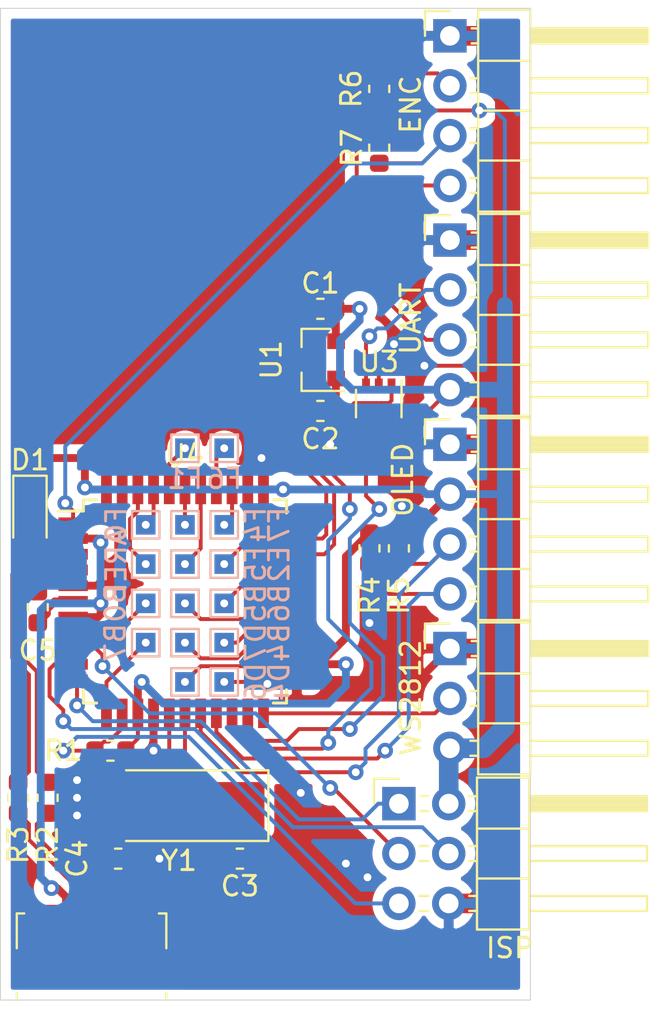
<source format=kicad_pcb>
(kicad_pcb (version 20171130) (host pcbnew "(5.1.2)-2")
  (layers (0 F.Cu signal) (31 B.Cu signal) (34 B.Paste user) (35 F.Paste user) (36 B.SilkS user) (37 F.SilkS user) (38 B.Mask user) (39 F.Mask user) (44 Edge.Cuts user))
  (net 0 "")
  (net 1 GND)
  (net 2 +5V)
  (net 3 +3V3)
  (net 4 "Net-(C3-Pad1)")
  (net 5 "Net-(C5-Pad1)")
  (net 6 VBUS)
  (net 7 /MISO)
  (net 8 /SCK)
  (net 9 /MOSI)
  (net 10 /~Reset)
  (net 11 /TX-3V3)
  (net 12 /RX-3V3)
  (net 13 /SDA)
  (net 14 /Dd-)
  (net 15 /D-)
  (net 16 /D+)
  (net 17 /Dd+)
  (net 18 /TX-5V)
  (net 19 "Net-(C4-Pad2)")
  (net 20 "Net-(TP1-Pad1)")
  (net 21 "Net-(TP2-Pad1)")
  (net 22 "Net-(TP3-Pad1)")
  (net 23 "Net-(TP4-Pad1)")
  (net 24 "Net-(TP5-Pad1)")
  (net 25 "Net-(TP6-Pad1)")
  (net 26 "Net-(TP7-Pad1)")
  (net 27 "Net-(TP8-Pad1)")
  (net 28 "Net-(TP9-Pad1)")
  (net 29 "Net-(TP10-Pad1)")
  (net 30 "Net-(TP11-Pad1)")
  (net 31 "Net-(TP12-Pad1)")
  (net 32 "Net-(TP13-Pad1)")
  (net 33 "Net-(TP14-Pad1)")
  (net 34 "Net-(TP15-Pad1)")
  (net 35 "Net-(TP16-Pad1)")
  (net 36 /ENC_A)
  (net 37 /WS2812)
  (net 38 /ENC_SW)
  (net 39 /ENC_B)
  (net 40 /SCL)
  (module graphics:kiwi (layer B.Cu) (at 38.6 76.1 180)
    (fp_text reference G*** hide)
    (fp_text value LOGO hide)
  )
  (module graphics:kiwi (layer F.Cu) (at 38.6 76.1)
    (fp_text reference G*** hide)
    (fp_text value LOGO hide)
  )
  (module Capacitor_SMD:C_0603_1608Metric (layer F.Cu) (at 46.3 85.3 180)
    (fp_text reference C1 (at 0 1.3) (layer F.SilkS))
    (fp_text value 1uF)
    (pad 1 smd roundrect (at -0.7875 0 180) (size 0.875 0.95) (layers F.Cu F.Paste F.Mask) (net 2 +5V))
    (pad 2 smd roundrect (at 0.7875 0 180) (size 0.875 0.95) (layers F.Cu F.Paste F.Mask) (net 1 GND))
  )
  (module Capacitor_SMD:C_0603_1608Metric (layer F.Cu) (at 46.3 90.5 180)
    (fp_text reference C2 (at 0 -1.43) (layer F.SilkS))
    (fp_text value 1uF)
    (pad 2 smd roundrect (at 0.7875 0 180) (size 0.875 0.95) (layers F.Cu F.Paste F.Mask) (net 1 GND))
    (pad 1 smd roundrect (at -0.7875 0 180) (size 0.875 0.95) (layers F.Cu F.Paste F.Mask) (net 3 +3V3))
  )
  (module Capacitor_SMD:C_0603_1608Metric (layer F.Cu) (at 42.2 113.3 180)
    (fp_text reference C3 (at 0 -1.4 180) (layer F.SilkS))
    (fp_text value 18pF)
    (pad 1 smd roundrect (at -0.7875 0 180) (size 0.875 0.95) (layers F.Cu F.Paste F.Mask) (net 4 "Net-(C3-Pad1)"))
    (pad 2 smd roundrect (at 0.7875 0 180) (size 0.875 0.95) (layers F.Cu F.Paste F.Mask) (net 1 GND))
  )
  (module Capacitor_SMD:C_0603_1608Metric (layer F.Cu) (at 36 113.3 180)
    (fp_text reference C4 (at 2.1 0 90) (layer F.SilkS))
    (fp_text value 18pF)
    (pad 2 smd roundrect (at 0.7875 0 180) (size 0.875 0.95) (layers F.Cu F.Paste F.Mask) (net 19 "Net-(C4-Pad2)"))
    (pad 1 smd roundrect (at -0.7875 0 180) (size 0.875 0.95) (layers F.Cu F.Paste F.Mask) (net 1 GND))
  )
  (module Capacitor_SMD:C_0603_1608Metric (layer F.Cu) (at 31.9 100.5 90)
    (fp_text reference C5 (at -2.2 0 180) (layer F.SilkS))
    (fp_text value 1uF)
    (pad 1 smd roundrect (at -0.7875 0 90) (size 0.875 0.95) (layers F.Cu F.Paste F.Mask) (net 5 "Net-(C5-Pad1)"))
    (pad 2 smd roundrect (at 0.7875 0 90) (size 0.875 0.95) (layers F.Cu F.Paste F.Mask) (net 1 GND))
  )
  (module Diode_SMD:D_SOD-323_HandSoldering (layer F.Cu) (at 31.5 95.7 270)
    (fp_text reference D1 (at -2.7 0 180) (layer F.SilkS))
    (fp_text value BAT54WS)
    (pad 1 smd rect (at -1.25 0 270) (size 1 1) (layers F.Cu F.Paste F.Mask) (net 2 +5V))
    (pad 2 smd rect (at 1.25 0 270) (size 1 1) (layers F.Cu F.Paste F.Mask) (net 6 VBUS))
  )
  (module Connector_PinHeader_2.54mm:PinHeader_2x03_P2.54mm_Horizontal (layer F.Cu) (at 50.3 110.5)
    (fp_text reference J1 hide)
    (fp_text value ISP (at 5.655 7.35) (layer F.SilkS))
    (pad 1 thru_hole rect (at 0 0) (size 1.7 1.7) (drill 1) (layers *.Cu *.Mask) (net 7 /MISO))
    (pad 2 thru_hole oval (at 2.54 0) (size 1.7 1.7) (drill 1) (layers *.Cu *.Mask) (net 2 +5V))
    (pad 3 thru_hole oval (at 0 2.54) (size 1.7 1.7) (drill 1) (layers *.Cu *.Mask) (net 8 /SCK))
    (pad 4 thru_hole oval (at 2.54 2.54) (size 1.7 1.7) (drill 1) (layers *.Cu *.Mask) (net 9 /MOSI))
    (pad 5 thru_hole oval (at 0 5.08) (size 1.7 1.7) (drill 1) (layers *.Cu *.Mask) (net 10 /~Reset))
    (pad 6 thru_hole oval (at 2.54 5.08) (size 1.7 1.7) (drill 1) (layers *.Cu *.Mask) (net 1 GND))
  )
  (module Connector_USB:USB_Micro-B_Molex_47346-0001 (layer F.Cu) (at 34.64 117.8)
    (fp_text reference J4 hide)
    (fp_text value USB_B_Micro)
    (pad 1 smd rect (at -1.3 -1.46) (size 0.45 1.38) (layers F.Cu F.Paste F.Mask) (net 6 VBUS))
    (pad 2 smd rect (at -0.65 -1.46) (size 0.45 1.38) (layers F.Cu F.Paste F.Mask) (net 14 /Dd-))
    (pad 3 smd rect (at 0 -1.46) (size 0.45 1.38) (layers F.Cu F.Paste F.Mask) (net 17 /Dd+))
    (pad 4 smd rect (at 0.65 -1.46) (size 0.45 1.38) (layers F.Cu F.Paste F.Mask))
    (pad 5 smd rect (at 1.3 -1.46) (size 0.45 1.38) (layers F.Cu F.Paste F.Mask) (net 1 GND))
    (pad 6 smd rect (at -2.4625 -1.1) (size 1.475 2.1) (layers F.Cu F.Paste F.Mask) (net 1 GND))
    (pad 6 smd rect (at 2.4625 -1.1) (size 1.475 2.1) (layers F.Cu F.Paste F.Mask) (net 1 GND))
    (pad 6 smd rect (at -2.91 1.2) (size 2.375 1.9) (layers F.Cu F.Paste F.Mask) (net 1 GND))
    (pad 6 smd rect (at 2.91 1.2) (size 2.375 1.9) (layers F.Cu F.Paste F.Mask) (net 1 GND))
    (pad 6 smd rect (at -0.84 1.2) (size 1.175 1.9) (layers F.Cu F.Paste F.Mask) (net 1 GND))
    (pad 6 smd rect (at 0.84 1.2) (size 1.175 1.9) (layers F.Cu F.Paste F.Mask) (net 1 GND))
  )
  (module Resistor_SMD:R_0603_1608Metric (layer F.Cu) (at 35.6 107.8 180)
    (fp_text reference R1 (at 2.4 0 180) (layer F.SilkS))
    (fp_text value 4k7)
    (pad 2 smd roundrect (at 0.7875 0 180) (size 0.875 0.95) (layers F.Cu F.Paste F.Mask) (net 10 /~Reset))
    (pad 1 smd roundrect (at -0.7875 0 180) (size 0.875 0.95) (layers F.Cu F.Paste F.Mask) (net 2 +5V))
  )
  (module Resistor_SMD:R_0603_1608Metric (layer F.Cu) (at 32.4 110.2 90)
    (fp_text reference R2 (at -2.4 0 90) (layer F.SilkS))
    (fp_text value 22R)
    (pad 2 smd roundrect (at 0.7875 0 90) (size 0.875 0.95) (layers F.Cu F.Paste F.Mask) (net 16 /D+))
    (pad 1 smd roundrect (at -0.7875 0 90) (size 0.875 0.95) (layers F.Cu F.Paste F.Mask) (net 17 /Dd+))
  )
  (module Resistor_SMD:R_0603_1608Metric (layer F.Cu) (at 30.9 110.2 90)
    (fp_text reference R3 (at -2.4 0 90) (layer F.SilkS))
    (fp_text value 22R)
    (pad 1 smd roundrect (at -0.7875 0 90) (size 0.875 0.95) (layers F.Cu F.Paste F.Mask) (net 14 /Dd-))
    (pad 2 smd roundrect (at 0.7875 0 90) (size 0.875 0.95) (layers F.Cu F.Paste F.Mask) (net 15 /D-))
  )
  (module Resistor_SMD:R_0603_1608Metric (layer F.Cu) (at 48.8 97.5 270)
    (fp_text reference R4 (at 2.4 0 90) (layer F.SilkS))
    (fp_text value 4k7)
    (pad 2 smd roundrect (at 0.7875 0 270) (size 0.875 0.95) (layers F.Cu F.Paste F.Mask) (net 13 /SDA))
    (pad 1 smd roundrect (at -0.7875 0 270) (size 0.875 0.95) (layers F.Cu F.Paste F.Mask) (net 2 +5V))
  )
  (module Resistor_SMD:R_0603_1608Metric (layer F.Cu) (at 50.3 97.5 270)
    (fp_text reference R5 (at 2.4 0 90) (layer F.SilkS))
    (fp_text value 4k7)
    (pad 1 smd roundrect (at -0.7875 0 270) (size 0.875 0.95) (layers F.Cu F.Paste F.Mask) (net 2 +5V))
    (pad 2 smd roundrect (at 0.7875 0 270) (size 0.875 0.95) (layers F.Cu F.Paste F.Mask) (net 40 /SCL))
  )
  (module Resistor_SMD:R_0603_1608Metric (layer F.Cu) (at 49.3 74.1 90)
    (fp_text reference R6 (at 0 -1.43 90) (layer F.SilkS))
    (fp_text value 1k)
    (pad 1 smd roundrect (at -0.7875 0 90) (size 0.875 0.95) (layers F.Cu F.Paste F.Mask) (net 2 +5V))
    (pad 2 smd roundrect (at 0.7875 0 90) (size 0.875 0.95) (layers F.Cu F.Paste F.Mask) (net 39 /ENC_B))
  )
  (module Resistor_SMD:R_0603_1608Metric (layer F.Cu) (at 49.3 77.1 270)
    (fp_text reference R7 (at 0 1.4 90) (layer F.SilkS))
    (fp_text value 1k)
    (pad 1 smd roundrect (at -0.7875 0 270) (size 0.875 0.95) (layers F.Cu F.Paste F.Mask) (net 2 +5V))
    (pad 2 smd roundrect (at 0.7875 0 270) (size 0.875 0.95) (layers F.Cu F.Paste F.Mask) (net 36 /ENC_A))
  )
  (module Package_TO_SOT_SMD:SOT-363_SC-70-6 (layer F.Cu) (at 49.274999 90.125001 270)
    (fp_text reference U3 (at -2.125001 -0.025001 180) (layer F.SilkS))
    (fp_text value NTS0101GW)
    (pad 1 smd rect (at -0.95 -0.65 270) (size 0.65 0.4) (layers F.Cu F.Paste F.Mask) (net 3 +3V3))
    (pad 3 smd rect (at -0.95 0.65 270) (size 0.65 0.4) (layers F.Cu F.Paste F.Mask) (net 11 /TX-3V3))
    (pad 5 smd rect (at 0.95 0 270) (size 0.65 0.4) (layers F.Cu F.Paste F.Mask) (net 3 +3V3))
    (pad 2 smd rect (at -0.95 0 270) (size 0.65 0.4) (layers F.Cu F.Paste F.Mask) (net 1 GND))
    (pad 4 smd rect (at 0.95 0.65 270) (size 0.65 0.4) (layers F.Cu F.Paste F.Mask) (net 18 /TX-5V))
    (pad 6 smd rect (at 0.95 -0.65 270) (size 0.65 0.4) (layers F.Cu F.Paste F.Mask) (net 2 +5V))
  )
  (module Package_QFP:TQFP-44_10x10mm_P0.8mm (layer F.Cu) (at 39.4 100.2)
    (fp_text reference U4 (at 0 -7.45) (layer F.SilkS))
    (fp_text value ATmega32U4-AU)
    (pad 1 smd rect (at -5.7 -4) (size 1.5 0.55) (layers F.Cu F.Paste F.Mask) (net 36 /ENC_A))
    (pad 2 smd rect (at -5.7 -3.2) (size 1.5 0.55) (layers F.Cu F.Paste F.Mask) (net 6 VBUS))
    (pad 3 smd rect (at -5.7 -2.4) (size 1.5 0.55) (layers F.Cu F.Paste F.Mask) (net 15 /D-))
    (pad 4 smd rect (at -5.7 -1.6) (size 1.5 0.55) (layers F.Cu F.Paste F.Mask) (net 16 /D+))
    (pad 5 smd rect (at -5.7 -0.8) (size 1.5 0.55) (layers F.Cu F.Paste F.Mask) (net 1 GND))
    (pad 6 smd rect (at -5.7 0) (size 1.5 0.55) (layers F.Cu F.Paste F.Mask) (net 5 "Net-(C5-Pad1)"))
    (pad 7 smd rect (at -5.7 0.8) (size 1.5 0.55) (layers F.Cu F.Paste F.Mask) (net 6 VBUS))
    (pad 8 smd rect (at -5.7 1.6) (size 1.5 0.55) (layers F.Cu F.Paste F.Mask) (net 20 "Net-(TP1-Pad1)"))
    (pad 9 smd rect (at -5.7 2.4) (size 1.5 0.55) (layers F.Cu F.Paste F.Mask) (net 8 /SCK))
    (pad 10 smd rect (at -5.7 3.2) (size 1.5 0.55) (layers F.Cu F.Paste F.Mask) (net 9 /MOSI))
    (pad 11 smd rect (at -5.7 4) (size 1.5 0.55) (layers F.Cu F.Paste F.Mask) (net 7 /MISO))
    (pad 12 smd rect (at -4 5.7 90) (size 1.5 0.55) (layers F.Cu F.Paste F.Mask) (net 25 "Net-(TP6-Pad1)"))
    (pad 13 smd rect (at -3.2 5.7 90) (size 1.5 0.55) (layers F.Cu F.Paste F.Mask) (net 10 /~Reset))
    (pad 14 smd rect (at -2.4 5.7 90) (size 1.5 0.55) (layers F.Cu F.Paste F.Mask) (net 2 +5V))
    (pad 15 smd rect (at -1.6 5.7 90) (size 1.5 0.55) (layers F.Cu F.Paste F.Mask) (net 1 GND))
    (pad 16 smd rect (at -0.8 5.7 90) (size 1.5 0.55) (layers F.Cu F.Paste F.Mask) (net 19 "Net-(C4-Pad2)"))
    (pad 17 smd rect (at 0 5.7 90) (size 1.5 0.55) (layers F.Cu F.Paste F.Mask) (net 4 "Net-(C3-Pad1)"))
    (pad 18 smd rect (at 0.8 5.7 90) (size 1.5 0.55) (layers F.Cu F.Paste F.Mask) (net 40 /SCL))
    (pad 19 smd rect (at 1.6 5.7 90) (size 1.5 0.55) (layers F.Cu F.Paste F.Mask) (net 13 /SDA))
    (pad 20 smd rect (at 2.4 5.7 90) (size 1.5 0.55) (layers F.Cu F.Paste F.Mask) (net 12 /RX-3V3))
    (pad 21 smd rect (at 3.2 5.7 90) (size 1.5 0.55) (layers F.Cu F.Paste F.Mask) (net 18 /TX-5V))
    (pad 22 smd rect (at 4 5.7 90) (size 1.5 0.55) (layers F.Cu F.Paste F.Mask) (net 37 /WS2812))
    (pad 23 smd rect (at 5.7 4) (size 1.5 0.55) (layers F.Cu F.Paste F.Mask) (net 1 GND))
    (pad 24 smd rect (at 5.7 3.2) (size 1.5 0.55) (layers F.Cu F.Paste F.Mask) (net 2 +5V))
    (pad 25 smd rect (at 5.7 2.4) (size 1.5 0.55) (layers F.Cu F.Paste F.Mask) (net 28 "Net-(TP9-Pad1)"))
    (pad 26 smd rect (at 5.7 1.6) (size 1.5 0.55) (layers F.Cu F.Paste F.Mask) (net 26 "Net-(TP7-Pad1)"))
    (pad 27 smd rect (at 5.7 0.8) (size 1.5 0.55) (layers F.Cu F.Paste F.Mask) (net 27 "Net-(TP8-Pad1)"))
    (pad 28 smd rect (at 5.7 0) (size 1.5 0.55) (layers F.Cu F.Paste F.Mask) (net 21 "Net-(TP2-Pad1)"))
    (pad 29 smd rect (at 5.7 -0.8) (size 1.5 0.55) (layers F.Cu F.Paste F.Mask) (net 22 "Net-(TP3-Pad1)"))
    (pad 30 smd rect (at 5.7 -1.6) (size 1.5 0.55) (layers F.Cu F.Paste F.Mask) (net 24 "Net-(TP5-Pad1)"))
    (pad 31 smd rect (at 5.7 -2.4) (size 1.5 0.55) (layers F.Cu F.Paste F.Mask) (net 38 /ENC_SW))
    (pad 32 smd rect (at 5.7 -3.2) (size 1.5 0.55) (layers F.Cu F.Paste F.Mask) (net 39 /ENC_B))
    (pad 33 smd rect (at 5.7 -4) (size 1.5 0.55) (layers F.Cu F.Paste F.Mask) (net 29 "Net-(TP10-Pad1)"))
    (pad 34 smd rect (at 4 -5.7 90) (size 1.5 0.55) (layers F.Cu F.Paste F.Mask) (net 2 +5V))
    (pad 35 smd rect (at 3.2 -5.7 90) (size 1.5 0.55) (layers F.Cu F.Paste F.Mask) (net 1 GND))
    (pad 36 smd rect (at 2.4 -5.7 90) (size 1.5 0.55) (layers F.Cu F.Paste F.Mask) (net 35 "Net-(TP16-Pad1)"))
    (pad 37 smd rect (at 1.6 -5.7 90) (size 1.5 0.55) (layers F.Cu F.Paste F.Mask) (net 34 "Net-(TP15-Pad1)"))
    (pad 38 smd rect (at 0.8 -5.7 90) (size 1.5 0.55) (layers F.Cu F.Paste F.Mask) (net 33 "Net-(TP14-Pad1)"))
    (pad 39 smd rect (at 0 -5.7 90) (size 1.5 0.55) (layers F.Cu F.Paste F.Mask) (net 32 "Net-(TP13-Pad1)"))
    (pad 40 smd rect (at -0.8 -5.7 90) (size 1.5 0.55) (layers F.Cu F.Paste F.Mask) (net 31 "Net-(TP12-Pad1)"))
    (pad 41 smd rect (at -1.6 -5.7 90) (size 1.5 0.55) (layers F.Cu F.Paste F.Mask) (net 30 "Net-(TP11-Pad1)"))
    (pad 42 smd rect (at -2.4 -5.7 90) (size 1.5 0.55) (layers F.Cu F.Paste F.Mask) (net 23 "Net-(TP4-Pad1)"))
    (pad 43 smd rect (at -3.2 -5.7 90) (size 1.5 0.55) (layers F.Cu F.Paste F.Mask) (net 1 GND))
    (pad 44 smd rect (at -4 -5.7 90) (size 1.5 0.55) (layers F.Cu F.Paste F.Mask) (net 2 +5V))
  )
  (module Crystal:Crystal_SMD_5032-2Pin_5.0x3.2mm_HandSoldering (layer F.Cu) (at 39.1 110.6 180)
    (fp_text reference Y1 (at 0 -2.8) (layer F.SilkS))
    (fp_text value 16MHz)
    (pad 1 smd rect (at -2.6 0 180) (size 3.5 2.4) (layers F.Cu F.Paste F.Mask) (net 4 "Net-(C3-Pad1)"))
    (pad 2 smd rect (at 2.6 0 180) (size 3.5 2.4) (layers F.Cu F.Paste F.Mask) (net 19 "Net-(C4-Pad2)"))
  )
  (module Connector_PinHeader_2.54mm:PinHeader_1x03_P2.54mm_Horizontal (layer F.Cu) (at 52.9 102.6)
    (fp_text reference J2 hide)
    (fp_text value WS2812 (at -2 2.5 90) (layer F.SilkS))
    (pad 1 thru_hole rect (at 0 0) (size 1.7 1.7) (drill 1) (layers *.Cu *.Mask) (net 1 GND))
    (pad 2 thru_hole oval (at 0 2.54) (size 1.7 1.7) (drill 1) (layers *.Cu *.Mask) (net 37 /WS2812))
    (pad 3 thru_hole oval (at 0 5.08) (size 1.7 1.7) (drill 1) (layers *.Cu *.Mask) (net 2 +5V))
  )
  (module Connector_PinHeader_2.54mm:PinHeader_1x04_P2.54mm_Horizontal (layer F.Cu) (at 52.9 81.8)
    (fp_text reference J3 hide)
    (fp_text value UART (at -2 4 270) (layer F.SilkS))
    (pad 4 thru_hole oval (at 0 7.62) (size 1.7 1.7) (drill 1) (layers *.Cu *.Mask) (net 2 +5V))
    (pad 3 thru_hole oval (at 0 5.08) (size 1.7 1.7) (drill 1) (layers *.Cu *.Mask) (net 12 /RX-3V3))
    (pad 2 thru_hole oval (at 0 2.54) (size 1.7 1.7) (drill 1) (layers *.Cu *.Mask) (net 11 /TX-3V3))
    (pad 1 thru_hole rect (at 0 0) (size 1.7 1.7) (drill 1) (layers *.Cu *.Mask) (net 1 GND))
  )
  (module Connector_PinHeader_2.54mm:PinHeader_1x04_P2.54mm_Horizontal (layer F.Cu) (at 52.9 92.2)
    (fp_text reference J5 hide)
    (fp_text value OLED (at -2.4 1.8 90) (layer F.SilkS))
    (pad 1 thru_hole rect (at 0 0) (size 1.7 1.7) (drill 1) (layers *.Cu *.Mask) (net 1 GND))
    (pad 2 thru_hole oval (at 0 2.54) (size 1.7 1.7) (drill 1) (layers *.Cu *.Mask) (net 2 +5V))
    (pad 3 thru_hole oval (at 0 5.08) (size 1.7 1.7) (drill 1) (layers *.Cu *.Mask) (net 40 /SCL))
    (pad 4 thru_hole oval (at 0 7.62) (size 1.7 1.7) (drill 1) (layers *.Cu *.Mask) (net 13 /SDA))
  )
  (module Connector_PinHeader_2.54mm:PinHeader_1x04_P2.54mm_Horizontal (layer F.Cu) (at 52.9 71.4)
    (fp_text reference J6 hide)
    (fp_text value ENC (at -2 3.5 90) (layer F.SilkS))
    (pad 1 thru_hole rect (at 0 0) (size 1.7 1.7) (drill 1) (layers *.Cu *.Mask) (net 1 GND))
    (pad 2 thru_hole oval (at 0 2.54) (size 1.7 1.7) (drill 1) (layers *.Cu *.Mask) (net 39 /ENC_B))
    (pad 3 thru_hole oval (at 0 5.08) (size 1.7 1.7) (drill 1) (layers *.Cu *.Mask) (net 36 /ENC_A))
    (pad 4 thru_hole oval (at 0 7.62) (size 1.7 1.7) (drill 1) (layers *.Cu *.Mask) (net 38 /ENC_SW))
  )
  (module TestPoint:TestPoint_Pad_1.0x1.0mm (layer B.Cu) (at 37.4 100.3 90)
    (fp_text reference TP1 hide)
    (fp_text value B0 (at 0 -1.55 90) (layer B.SilkS) (effects (justify mirror)))
    (pad 1 smd rect (at 0 0 90) (size 1 1) (layers B.Cu B.Mask) (net 20 "Net-(TP1-Pad1)"))
  )
  (module TestPoint:TestPoint_Pad_1.0x1.0mm (layer B.Cu) (at 41.4 102.3 180)
    (fp_text reference TP2 hide)
    (fp_text value B4 (at -2.8 0 90) (layer B.SilkS) (effects (justify mirror)))
    (pad 1 smd rect (at 0 0 180) (size 1 1) (layers B.Cu B.Mask) (net 21 "Net-(TP2-Pad1)"))
  )
  (module TestPoint:TestPoint_Pad_1.0x1.0mm (layer B.Cu) (at 39.4 100.3 270)
    (fp_text reference TP3 hide)
    (fp_text value B5 (at 0 -3.6 90) (layer B.SilkS) (effects (justify mirror)))
    (pad 1 smd rect (at 0 0 270) (size 1 1) (layers B.Cu B.Mask) (net 22 "Net-(TP3-Pad1)"))
  )
  (module TestPoint:TestPoint_Pad_1.0x1.0mm (layer B.Cu) (at 37.4 98.3 90)
    (fp_text reference TP4 hide)
    (fp_text value AREF (at 0 -1.5 90) (layer B.SilkS) (effects (justify mirror)))
    (pad 1 smd rect (at 0 0 90) (size 1 1) (layers B.Cu B.Mask) (net 23 "Net-(TP4-Pad1)"))
  )
  (module TestPoint:TestPoint_Pad_1.0x1.0mm (layer B.Cu) (at 41.4 100.3 270)
    (fp_text reference TP5 hide)
    (fp_text value B6 (at 0 -2.8 90) (layer B.SilkS) (effects (justify mirror)))
    (pad 1 smd rect (at 0 0 270) (size 1 1) (layers B.Cu B.Mask) (net 24 "Net-(TP5-Pad1)"))
  )
  (module TestPoint:TestPoint_Pad_1.0x1.0mm (layer B.Cu) (at 37.4 102.3 90)
    (fp_text reference TP6 hide)
    (fp_text value B7 (at 0 -1.55 90) (layer B.SilkS) (effects (justify mirror)))
    (pad 1 smd rect (at 0 0 90) (size 1 1) (layers B.Cu B.Mask) (net 25 "Net-(TP6-Pad1)"))
  )
  (module TestPoint:TestPoint_Pad_1.0x1.0mm (layer B.Cu) (at 39.4 104.3 270)
    (fp_text reference TP7 hide)
    (fp_text value D6 (at 0 -3.6 90) (layer B.SilkS) (effects (justify mirror)))
    (pad 1 smd rect (at 0 0 270) (size 1 1) (layers B.Cu B.Mask) (net 26 "Net-(TP7-Pad1)"))
  )
  (module TestPoint:TestPoint_Pad_1.0x1.0mm (layer B.Cu) (at 39.4 102.3 270)
    (fp_text reference TP8 hide)
    (fp_text value D7 (at 0 -3.6 90) (layer B.SilkS) (effects (justify mirror)))
    (pad 1 smd rect (at 0 0 270) (size 1 1) (layers B.Cu B.Mask) (net 27 "Net-(TP8-Pad1)"))
  )
  (module TestPoint:TestPoint_Pad_1.0x1.0mm (layer B.Cu) (at 41.4 104.3 270)
    (fp_text reference TP9 hide)
    (fp_text value D4 (at 0 -2.8 90) (layer B.SilkS) (effects (justify mirror)))
    (pad 1 smd rect (at 0 0 270) (size 1 1) (layers B.Cu B.Mask) (net 28 "Net-(TP9-Pad1)"))
  )
  (module TestPoint:TestPoint_Pad_1.0x1.0mm (layer B.Cu) (at 41.4 98.3 270)
    (fp_text reference TP10 hide)
    (fp_text value E2 (at 0 -2.8 90) (layer B.SilkS) (effects (justify mirror)))
    (pad 1 smd rect (at 0 0 270) (size 1 1) (layers B.Cu B.Mask) (net 29 "Net-(TP10-Pad1)"))
  )
  (module TestPoint:TestPoint_Pad_1.0x1.0mm (layer B.Cu) (at 37.4 96.3 180)
    (fp_text reference TP11 hide)
    (fp_text value F0 (at 1.5 0 90) (layer B.SilkS) (effects (justify mirror)))
    (pad 1 smd rect (at 0 0 180) (size 1 1) (layers B.Cu B.Mask) (net 30 "Net-(TP11-Pad1)"))
  )
  (module TestPoint:TestPoint_Pad_1.0x1.0mm (layer B.Cu) (at 39.4 92.4 180)
    (fp_text reference TP12 hide)
    (fp_text value F1 (at 0 -1.55) (layer B.SilkS) (effects (justify mirror)))
    (pad 1 smd rect (at 0 0 180) (size 1 1) (layers B.Cu B.Mask) (net 31 "Net-(TP12-Pad1)"))
  )
  (module TestPoint:TestPoint_Pad_1.0x1.0mm (layer B.Cu) (at 39.4 96.3 180)
    (fp_text reference TP13 hide)
    (fp_text value F4 (at -3.6 0 270) (layer B.SilkS) (effects (justify mirror)))
    (pad 1 smd rect (at 0 0 180) (size 1 1) (layers B.Cu B.Mask) (net 32 "Net-(TP13-Pad1)"))
  )
  (module TestPoint:TestPoint_Pad_1.0x1.0mm (layer B.Cu) (at 39.4 98.3 180)
    (fp_text reference TP14 hide)
    (fp_text value F5 (at -3.6 0 90) (layer B.SilkS) (effects (justify mirror)))
    (pad 1 smd rect (at 0 0 180) (size 1 1) (layers B.Cu B.Mask) (net 33 "Net-(TP14-Pad1)"))
  )
  (module TestPoint:TestPoint_Pad_1.0x1.0mm (layer B.Cu) (at 41.4 92.4 180)
    (fp_text reference TP15 hide)
    (fp_text value F6 (at 0 -1.55) (layer B.SilkS) (effects (justify mirror)))
    (pad 1 smd rect (at 0 0 180) (size 1 1) (layers B.Cu B.Mask) (net 34 "Net-(TP15-Pad1)"))
  )
  (module TestPoint:TestPoint_Pad_1.0x1.0mm (layer B.Cu) (at 41.4 96.3 180)
    (fp_text reference TP16 hide)
    (fp_text value F7 (at -2.8 0 90) (layer B.SilkS) (effects (justify mirror)))
    (pad 1 smd rect (at 0 0 180) (size 1 1) (layers B.Cu B.Mask) (net 35 "Net-(TP16-Pad1)"))
  )
  (module Package_TO_SOT_SMD:SOT-23 (layer F.Cu) (at 46.1 87.9 180)
    (fp_text reference U1 (at 2.3 0 90) (layer F.SilkS))
    (fp_text value LM3480-3.3)
    (pad 1 smd rect (at -1 -0.95 180) (size 0.9 0.8) (layers F.Cu F.Paste F.Mask) (net 3 +3V3))
    (pad 2 smd rect (at -1 0.95 180) (size 0.9 0.8) (layers F.Cu F.Paste F.Mask) (net 2 +5V))
    (pad 3 smd rect (at 1 0 180) (size 0.9 0.8) (layers F.Cu F.Paste F.Mask) (net 1 GND))
  )
  (gr_line (start 57 120.5) (end 30 120.5) (layer Edge.Cuts) (width 0.05))
  (gr_line (start 57 70) (end 57 120.5) (layer Edge.Cuts) (width 0.05))
  (gr_line (start 30 70) (end 57 70) (layer Edge.Cuts) (width 0.05))
  (gr_line (start 30 120.5) (end 30 70) (layer Edge.Cuts) (width 0.05))
  (segment (start 36.2 93.9) (end 36.2 95.05) (width 0.4) (layer F.Cu) (net 1))
  (segment (start 36.2 95.65) (end 36 95.85) (width 0.4) (layer F.Cu) (net 1))
  (segment (start 36.2 94.5) (end 36.2 95.65) (width 0.4) (layer F.Cu) (net 1))
  (segment (start 36 95.85) (end 36 98.8) (width 0.4) (layer F.Cu) (net 1))
  (segment (start 36 98.8) (end 35.4 99.4) (width 0.4) (layer F.Cu) (net 1))
  (segment (start 33.7 99.4) (end 35.4 99.4) (width 0.4) (layer F.Cu) (net 1))
  (segment (start 32.2125 99.4) (end 33.7 99.4) (width 0.4) (layer F.Cu) (net 1))
  (segment (start 31.9 99.7125) (end 32.2125 99.4) (width 0.4) (layer F.Cu) (net 1))
  (segment (start 31.73 119) (end 33.8 119) (width 0.4) (layer F.Cu) (net 1))
  (segment (start 33.8 119) (end 35.48 119) (width 0.4) (layer F.Cu) (net 1))
  (segment (start 35.48 119) (end 37.55 119) (width 0.4) (layer F.Cu) (net 1))
  (segment (start 37.1025 116.7) (end 37.1025 115.25) (width 0.4) (layer F.Cu) (net 1))
  (segment (start 36.7875 113.3) (end 41.4125 113.3) (width 0.4) (layer F.Cu) (net 1))
  (segment (start 36.7875 114.935) (end 36.7875 113.3) (width 0.4) (layer F.Cu) (net 1))
  (segment (start 37.1025 115.25) (end 36.7875 114.935) (width 0.4) (layer F.Cu) (net 1))
  (segment (start 36.265 114.935) (end 35.94 115.26) (width 0.4) (layer F.Cu) (net 1))
  (segment (start 36.7875 114.935) (end 36.265 114.935) (width 0.4) (layer F.Cu) (net 1))
  (segment (start 35.94 115.26) (end 35.94 116.34) (width 0.4) (layer F.Cu) (net 1))
  (segment (start 54.12 115.58) (end 52.84 115.58) (width 1) (layer F.Cu) (net 1))
  (segment (start 55.7 114) (end 54.12 115.58) (width 1) (layer F.Cu) (net 1))
  (segment (start 52.9 71.4) (end 54.75 71.4) (width 1) (layer F.Cu) (net 1))
  (segment (start 54.75 71.4) (end 55.7 72.35) (width 1) (layer F.Cu) (net 1))
  (segment (start 55.4 102.6) (end 52.9 102.6) (width 1) (layer F.Cu) (net 1))
  (segment (start 55.7 102.9) (end 55.4 102.6) (width 1) (layer F.Cu) (net 1))
  (segment (start 55.7 102.9) (end 55.7 114) (width 1) (layer F.Cu) (net 1))
  (segment (start 45.1 87.9) (end 45.1 88.8) (width 0.4) (layer F.Cu) (net 1))
  (segment (start 45.5125 89.2125) (end 45.5125 90.5) (width 0.4) (layer F.Cu) (net 1))
  (segment (start 45.1 88.8) (end 45.5125 89.2125) (width 0.4) (layer F.Cu) (net 1))
  (segment (start 45.5125 85.3) (end 45.5125 86.4875) (width 0.4) (layer F.Cu) (net 1))
  (segment (start 45.1 86.9) (end 45.1 87.9) (width 0.4) (layer F.Cu) (net 1))
  (segment (start 45.5125 86.4875) (end 45.1 86.9) (width 0.4) (layer F.Cu) (net 1))
  (segment (start 52.9 92.2) (end 55.7 92.2) (width 1) (layer F.Cu) (net 1))
  (segment (start 55.7 92.2) (end 55.7 102.9) (width 1) (layer F.Cu) (net 1))
  (via (at 43.3 92.9) (size 0.8) (drill 0.4) (layers F.Cu B.Cu) (net 1))
  (segment (start 42.6 94.5) (end 42.6 93.6) (width 0.4) (layer F.Cu) (net 1))
  (segment (start 42.6 93.6) (end 43.3 92.9) (width 0.4) (layer F.Cu) (net 1))
  (segment (start 43.3 92.9) (end 44 92.2) (width 0.4) (layer B.Cu) (net 1))
  (segment (start 55.6 81.8) (end 55.7 81.7) (width 1) (layer F.Cu) (net 1))
  (segment (start 52.9 81.8) (end 55.6 81.8) (width 1) (layer F.Cu) (net 1))
  (segment (start 55.7 72.35) (end 55.7 81.7) (width 1) (layer F.Cu) (net 1))
  (segment (start 49.274999 89.175001) (end 49.274999 88.425001) (width 0.2) (layer F.Cu) (net 1))
  (segment (start 49.274999 88.425001) (end 49.5 88.2) (width 0.2) (layer F.Cu) (net 1))
  (segment (start 55.3 88.2) (end 55.7 87.8) (width 0.2) (layer F.Cu) (net 1))
  (segment (start 49.5 88.2) (end 51.6 88.2) (width 0.2) (layer F.Cu) (net 1))
  (segment (start 55.7 81.7) (end 55.7 87.8) (width 1) (layer F.Cu) (net 1))
  (segment (start 55.7 87.8) (end 55.7 92.2) (width 1) (layer F.Cu) (net 1))
  (segment (start 43.3 92.3) (end 43.3 92.9) (width 0.4) (layer F.Cu) (net 1))
  (segment (start 41.8 90.8) (end 43.3 92.3) (width 0.4) (layer F.Cu) (net 1))
  (segment (start 37.3 90.8) (end 41.8 90.8) (width 0.4) (layer F.Cu) (net 1))
  (segment (start 36.2 91.9) (end 37.3 90.8) (width 0.4) (layer F.Cu) (net 1))
  (segment (start 36.2 94.5) (end 36.2 91.9) (width 0.4) (layer F.Cu) (net 1))
  (via (at 46.8 92.2) (size 0.8) (drill 0.4) (layers F.Cu B.Cu) (net 1))
  (segment (start 45.5125 90.9125) (end 46.8 92.2) (width 0.4) (layer F.Cu) (net 1))
  (segment (start 45.5125 90.5) (end 45.5125 90.9125) (width 0.4) (layer F.Cu) (net 1))
  (segment (start 44 92.2) (end 46.8 92.2) (width 0.4) (layer B.Cu) (net 1))
  (segment (start 46.8 92.2) (end 52.9 92.2) (width 0.4) (layer B.Cu) (net 1))
  (segment (start 51.3 104.2) (end 52.9 102.6) (width 0.4) (layer F.Cu) (net 1))
  (segment (start 45.1 104.2) (end 51.3 104.2) (width 0.4) (layer F.Cu) (net 1))
  (via (at 38.1 113.3) (size 0.8) (drill 0.4) (layers F.Cu B.Cu) (net 1))
  (segment (start 37.55 119) (end 54.1 119) (width 1) (layer F.Cu) (net 1))
  (segment (start 55.7 117.4) (end 55.7 114) (width 1) (layer F.Cu) (net 1))
  (segment (start 54.1 119) (end 55.7 117.4) (width 1) (layer F.Cu) (net 1))
  (segment (start 31.73 119) (end 37.55 119) (width 1) (layer F.Cu) (net 1))
  (segment (start 32.1775 118.5525) (end 31.73 119) (width 1) (layer F.Cu) (net 1))
  (segment (start 32.1775 116.7) (end 32.1775 118.5525) (width 1) (layer F.Cu) (net 1))
  (segment (start 37.1025 118.5525) (end 37.55 119) (width 1) (layer F.Cu) (net 1))
  (segment (start 37.1025 116.7) (end 37.1025 118.5525) (width 1) (layer F.Cu) (net 1))
  (via (at 37.8 107.800054) (size 0.8) (drill 0.4) (layers F.Cu B.Cu) (net 1))
  (segment (start 37.8 105.9) (end 37.8 107.800054) (width 0.4) (layer F.Cu) (net 1))
  (segment (start 38.1 108.100054) (end 37.8 107.800054) (width 0.4) (layer B.Cu) (net 1))
  (segment (start 38.1 113.3) (end 38.1 108.100054) (width 0.4) (layer B.Cu) (net 1))
  (via (at 33.9 109.3) (size 0.8) (drill 0.4) (layers F.Cu B.Cu) (net 1))
  (via (at 33.9 110.2) (size 0.8) (drill 0.4) (layers F.Cu B.Cu) (net 1))
  (via (at 33.9 111.1) (size 0.8) (drill 0.4) (layers F.Cu B.Cu) (net 1))
  (via (at 48.8 101.3) (size 0.8) (drill 0.4) (layers F.Cu B.Cu) (net 1))
  (via (at 50.45 95.35) (size 0.8) (drill 0.4) (layers F.Cu B.Cu) (net 1))
  (segment (start 51.6 88.2) (end 55.3 88.2) (width 0.2) (layer F.Cu) (net 1))
  (via (at 51.6 88.2) (size 0.8) (drill 0.4) (layers F.Cu B.Cu) (net 1))
  (via (at 50.05 87.1) (size 0.8) (drill 0.4) (layers F.Cu B.Cu) (net 1))
  (via (at 43.6 104.4) (size 0.8) (drill 0.4) (layers F.Cu B.Cu) (net 1))
  (via (at 48.7 114.25) (size 0.8) (drill 0.4) (layers F.Cu B.Cu) (net 1))
  (via (at 47.6 113.55) (size 0.8) (drill 0.4) (layers F.Cu B.Cu) (net 1))
  (via (at 45.3 109.95) (size 0.8) (drill 0.4) (layers F.Cu B.Cu) (net 1))
  (segment (start 31.5 93.55) (end 32.15 92.9) (width 0.4) (layer F.Cu) (net 2))
  (segment (start 31.5 94.45) (end 31.5 93.55) (width 0.4) (layer F.Cu) (net 2))
  (segment (start 35.4 93.1) (end 35.4 94.5) (width 0.4) (layer F.Cu) (net 2))
  (segment (start 35.2 92.9) (end 35.4 93.1) (width 0.4) (layer F.Cu) (net 2))
  (via (at 44.4 94.5) (size 0.8) (drill 0.4) (layers F.Cu B.Cu) (net 2))
  (segment (start 43.4 94.5) (end 44.4 94.5) (width 0.4) (layer F.Cu) (net 2))
  (segment (start 44.4 94.5) (end 43.834315 94.5) (width 0.4) (layer B.Cu) (net 2))
  (via (at 34.3 94.4) (size 0.8) (drill 0.4) (layers F.Cu B.Cu) (net 2))
  (segment (start 43.834315 94.5) (end 34.4 94.5) (width 0.4) (layer B.Cu) (net 2))
  (segment (start 34.4 94.5) (end 34.3 94.4) (width 0.4) (layer B.Cu) (net 2))
  (segment (start 34.3 92.9) (end 34.3 94.4) (width 0.4) (layer F.Cu) (net 2))
  (segment (start 32.15 92.9) (end 34.3 92.9) (width 0.4) (layer F.Cu) (net 2))
  (segment (start 34.3 92.9) (end 35.2 92.9) (width 0.4) (layer F.Cu) (net 2))
  (segment (start 54.62 107.68) (end 52.9 107.68) (width 1) (layer B.Cu) (net 2))
  (segment (start 55.7 106.6) (end 54.62 107.68) (width 1) (layer B.Cu) (net 2))
  (segment (start 55.7 101.417919) (end 55.7 106.6) (width 1) (layer B.Cu) (net 2))
  (segment (start 52.84 107.74) (end 52.9 107.68) (width 1) (layer B.Cu) (net 2))
  (segment (start 52.84 110.5) (end 52.84 107.74) (width 1) (layer B.Cu) (net 2))
  (segment (start 44.4 94.5) (end 47.58 94.5) (width 0.4) (layer B.Cu) (net 2))
  (segment (start 47.125001 86.924999) (end 47.1 86.95) (width 0.2) (layer F.Cu) (net 2))
  (segment (start 47.0875 86.9375) (end 47.1 86.95) (width 0.4) (layer F.Cu) (net 2))
  (segment (start 47.0875 85.3) (end 47.0875 86.9375) (width 0.4) (layer F.Cu) (net 2))
  (segment (start 37 107.1875) (end 37 105.9) (width 0.2) (layer F.Cu) (net 2))
  (segment (start 36.3875 107.8) (end 37 107.1875) (width 0.2) (layer F.Cu) (net 2))
  (segment (start 51.457919 94.5) (end 47.58 94.5) (width 0.4) (layer B.Cu) (net 2))
  (segment (start 51.697919 94.74) (end 51.457919 94.5) (width 0.4) (layer B.Cu) (net 2))
  (segment (start 52.9 94.74) (end 51.697919 94.74) (width 0.4) (layer B.Cu) (net 2))
  (segment (start 55.66 94.74) (end 55.7 94.7) (width 0.4) (layer B.Cu) (net 2))
  (segment (start 52.9 94.74) (end 55.66 94.74) (width 0.4) (layer B.Cu) (net 2))
  (segment (start 55.7 101.417919) (end 55.7 94.7) (width 0.8) (layer B.Cu) (net 2))
  (segment (start 51.244999 91.075001) (end 52.9 89.42) (width 0.2) (layer F.Cu) (net 2))
  (segment (start 49.924999 91.075001) (end 51.244999 91.075001) (width 0.2) (layer F.Cu) (net 2))
  (via (at 54.4 75.2) (size 0.8) (drill 0.4) (layers F.Cu B.Cu) (net 2))
  (segment (start 54.4 75.2) (end 55.2 75.2) (width 0.2) (layer B.Cu) (net 2))
  (segment (start 55.7 75.7) (end 55.7 85.1) (width 0.2) (layer B.Cu) (net 2))
  (segment (start 55.2 75.2) (end 55.7 75.7) (width 0.2) (layer B.Cu) (net 2))
  (segment (start 55.7 94.7) (end 55.7 89.4) (width 0.8) (layer B.Cu) (net 2))
  (segment (start 55.7 89.4) (end 55.7 85.1) (width 0.8) (layer B.Cu) (net 2))
  (segment (start 55.68 89.42) (end 55.7 89.4) (width 0.8) (layer B.Cu) (net 2))
  (segment (start 52.9 89.42) (end 55.68 89.42) (width 0.8) (layer B.Cu) (net 2))
  (via (at 48.3 85.3) (size 0.8) (drill 0.4) (layers F.Cu B.Cu) (net 2))
  (segment (start 47.0875 85.3) (end 48.3 85.3) (width 0.4) (layer F.Cu) (net 2))
  (segment (start 48.3 85.3) (end 48.3 85.9) (width 0.4) (layer B.Cu) (net 2))
  (segment (start 48.3 85.9) (end 47.3 86.9) (width 0.4) (layer B.Cu) (net 2))
  (segment (start 47.3 86.9) (end 47.3 88.8) (width 0.4) (layer B.Cu) (net 2))
  (segment (start 47.92 89.42) (end 52.9 89.42) (width 0.4) (layer B.Cu) (net 2))
  (segment (start 47.3 88.8) (end 47.92 89.42) (width 0.4) (layer B.Cu) (net 2))
  (segment (start 46.25 103.4) (end 47.6 102.05) (width 0.4) (layer F.Cu) (net 2))
  (segment (start 45.1 103.4) (end 46.25 103.4) (width 0.4) (layer F.Cu) (net 2))
  (segment (start 47.6 102.05) (end 47.6 97.9125) (width 0.4) (layer F.Cu) (net 2))
  (segment (start 47.6 97.9125) (end 48.8 96.7125) (width 0.4) (layer F.Cu) (net 2))
  (segment (start 48.8 96.7125) (end 49.7875 96.7125) (width 0.4) (layer F.Cu) (net 2))
  (segment (start 50.3 96.7125) (end 49.7875 96.7125) (width 0.4) (layer F.Cu) (net 2))
  (segment (start 50.9275 96.7125) (end 52.9 94.74) (width 0.4) (layer F.Cu) (net 2))
  (segment (start 50.3 96.7125) (end 50.9275 96.7125) (width 0.4) (layer F.Cu) (net 2))
  (via (at 37.2 104.3) (size 0.8) (drill 0.4) (layers F.Cu B.Cu) (net 2))
  (segment (start 37 105.9) (end 37 104.5) (width 0.4) (layer F.Cu) (net 2))
  (segment (start 37 104.5) (end 37.2 104.3) (width 0.4) (layer F.Cu) (net 2))
  (segment (start 37.2 104.3) (end 38.3 105.4) (width 0.4) (layer B.Cu) (net 2))
  (segment (start 38.3 105.4) (end 46.7 105.4) (width 0.4) (layer B.Cu) (net 2))
  (via (at 47.6 103.4) (size 0.8) (drill 0.4) (layers F.Cu B.Cu) (net 2))
  (segment (start 46.7 105.4) (end 47.6 104.5) (width 0.4) (layer B.Cu) (net 2))
  (segment (start 47.6 104.5) (end 47.6 103.4) (width 0.4) (layer B.Cu) (net 2))
  (segment (start 46.25 103.4) (end 47.6 103.4) (width 0.4) (layer F.Cu) (net 2))
  (segment (start 49.3 75.6) (end 51.1 75.6) (width 0.2) (layer F.Cu) (net 2))
  (segment (start 49.3 76.3125) (end 49.3 75.6) (width 0.2) (layer F.Cu) (net 2))
  (segment (start 49.3 75.6) (end 49.3 74.8875) (width 0.2) (layer F.Cu) (net 2))
  (segment (start 51.5 75.2) (end 54.4 75.2) (width 0.2) (layer F.Cu) (net 2))
  (segment (start 51.1 75.6) (end 51.5 75.2) (width 0.2) (layer F.Cu) (net 2))
  (segment (start 49.274999 91.075001) (end 49.274999 90.225001) (width 0.2) (layer F.Cu) (net 3))
  (segment (start 49.274999 90.225001) (end 49.4 90.1) (width 0.2) (layer F.Cu) (net 3))
  (segment (start 49.4 90.1) (end 49.8 90.1) (width 0.2) (layer F.Cu) (net 3))
  (segment (start 49.924999 89.975001) (end 49.924999 89.175001) (width 0.2) (layer F.Cu) (net 3))
  (segment (start 49.8 90.1) (end 49.924999 89.975001) (width 0.2) (layer F.Cu) (net 3))
  (segment (start 47.0875 88.8625) (end 47.1 88.85) (width 0.4) (layer F.Cu) (net 3))
  (segment (start 47.0875 90.5) (end 47.0875 88.8625) (width 0.4) (layer F.Cu) (net 3))
  (segment (start 49.95 89.15) (end 49.924999 89.175001) (width 0.2) (layer F.Cu) (net 3))
  (segment (start 48.025 90.1) (end 49.4 90.1) (width 0.2) (layer F.Cu) (net 3))
  (segment (start 47.625 90.5) (end 48.025 90.1) (width 0.2) (layer F.Cu) (net 3))
  (segment (start 47.0875 90.5) (end 47.625 90.5) (width 0.2) (layer F.Cu) (net 3))
  (segment (start 41.15 110.6) (end 41.7 110.6) (width 0.2) (layer F.Cu) (net 4))
  (segment (start 39.4 108.85) (end 41.15 110.6) (width 0.2) (layer F.Cu) (net 4))
  (segment (start 39.4 105.9) (end 39.4 108.85) (width 0.2) (layer F.Cu) (net 4))
  (segment (start 42.9875 111.8875) (end 41.7 110.6) (width 0.2) (layer F.Cu) (net 4))
  (segment (start 42.9875 113.3) (end 42.9875 111.8875) (width 0.2) (layer F.Cu) (net 4))
  (segment (start 32.361612 100.825888) (end 31.9 101.2875) (width 0.4) (layer F.Cu) (net 5))
  (segment (start 32.361612 100.600948) (end 32.361612 100.825888) (width 0.4) (layer F.Cu) (net 5))
  (segment (start 32.76256 100.2) (end 32.361612 100.600948) (width 0.4) (layer F.Cu) (net 5))
  (segment (start 33.7 100.2) (end 32.76256 100.2) (width 0.4) (layer F.Cu) (net 5))
  (via (at 35.1 97.2) (size 0.8) (drill 0.4) (layers F.Cu B.Cu) (net 6))
  (segment (start 33.7 97) (end 34.9 97) (width 0.4) (layer F.Cu) (net 6))
  (segment (start 34.9 97) (end 35.1 97.2) (width 0.4) (layer F.Cu) (net 6))
  (via (at 35.1 100.3) (size 0.8) (drill 0.4) (layers F.Cu B.Cu) (net 6))
  (segment (start 35.1 97.2) (end 35.1 100.3) (width 0.4) (layer B.Cu) (net 6))
  (segment (start 34.85 101) (end 33.7 101) (width 0.4) (layer F.Cu) (net 6))
  (segment (start 34.965685 101) (end 34.85 101) (width 0.4) (layer F.Cu) (net 6))
  (segment (start 35.1 100.865685) (end 34.965685 101) (width 0.4) (layer F.Cu) (net 6))
  (segment (start 35.1 100.3) (end 35.1 100.865685) (width 0.4) (layer F.Cu) (net 6))
  (via (at 32.6 114.8) (size 0.8) (drill 0.4) (layers F.Cu B.Cu) (net 6))
  (segment (start 32.89 114.8) (end 32.6 114.8) (width 0.4) (layer F.Cu) (net 6))
  (segment (start 33.34 116.34) (end 33.34 115.25) (width 0.4) (layer F.Cu) (net 6))
  (segment (start 33.34 115.25) (end 32.89 114.8) (width 0.4) (layer F.Cu) (net 6))
  (segment (start 31.55 97) (end 31.5 96.95) (width 0.4) (layer F.Cu) (net 6))
  (segment (start 33.7 97) (end 31.55 97) (width 0.4) (layer F.Cu) (net 6))
  (segment (start 35.1 100.3) (end 32.4 100.3) (width 0.4) (layer B.Cu) (net 6))
  (segment (start 32.05 114.25) (end 32.6 114.8) (width 0.4) (layer B.Cu) (net 6))
  (segment (start 32.05 100.65) (end 32.05 114.25) (width 0.4) (layer B.Cu) (net 6))
  (segment (start 32.4 100.3) (end 32.05 100.65) (width 0.4) (layer B.Cu) (net 6))
  (via (at 33.9 105.5) (size 0.8) (drill 0.4) (layers F.Cu B.Cu) (net 7))
  (segment (start 33.9 104.4) (end 33.7 104.2) (width 0.2) (layer F.Cu) (net 7))
  (segment (start 33.9 105.5) (end 33.9 104.4) (width 0.2) (layer F.Cu) (net 7))
  (segment (start 49.25 110.5) (end 48.45 111.3) (width 0.2) (layer B.Cu) (net 7))
  (segment (start 50.3 110.5) (end 49.25 110.5) (width 0.2) (layer B.Cu) (net 7))
  (segment (start 48.45 111.3) (end 45.2 111.3) (width 0.2) (layer B.Cu) (net 7))
  (segment (start 34.299999 105.899999) (end 33.9 105.5) (width 0.2) (layer B.Cu) (net 7))
  (segment (start 45.2 111.3) (end 40.200022 106.300022) (width 0.2) (layer B.Cu) (net 7))
  (segment (start 40.200022 106.300022) (end 34.700022 106.300022) (width 0.2) (layer B.Cu) (net 7))
  (segment (start 34.700022 106.300022) (end 34.299999 105.899999) (width 0.2) (layer B.Cu) (net 7))
  (via (at 35.2 103.5) (size 0.8) (drill 0.4) (layers F.Cu B.Cu) (net 8))
  (segment (start 34.65 102.6) (end 33.7 102.6) (width 0.2) (layer F.Cu) (net 8))
  (segment (start 34.865685 102.6) (end 34.65 102.6) (width 0.2) (layer F.Cu) (net 8))
  (segment (start 35.2 102.934315) (end 34.865685 102.6) (width 0.2) (layer F.Cu) (net 8))
  (segment (start 35.2 103.5) (end 35.2 102.934315) (width 0.2) (layer F.Cu) (net 8))
  (via (at 46.8 109.7) (size 0.8) (drill 0.4) (layers F.Cu B.Cu) (net 8))
  (segment (start 43.000011 105.900011) (end 37.600011 105.900011) (width 0.2) (layer B.Cu) (net 8))
  (segment (start 37.600011 105.900011) (end 35.599999 103.899999) (width 0.2) (layer B.Cu) (net 8))
  (segment (start 35.599999 103.899999) (end 35.2 103.5) (width 0.2) (layer B.Cu) (net 8))
  (segment (start 46.96 109.7) (end 46.8 109.7) (width 0.2) (layer F.Cu) (net 8))
  (segment (start 50.3 113.04) (end 46.96 109.7) (width 0.2) (layer F.Cu) (net 8))
  (segment (start 46.8 109.7) (end 43.000011 105.900011) (width 0.2) (layer B.Cu) (net 8))
  (via (at 33.2 106.3) (size 0.8) (drill 0.4) (layers F.Cu B.Cu) (net 9))
  (segment (start 33.2 105.734315) (end 32.5 105.034315) (width 0.2) (layer F.Cu) (net 9))
  (segment (start 33.2 106.3) (end 33.2 105.734315) (width 0.2) (layer F.Cu) (net 9))
  (segment (start 32.75 103.4) (end 33.7 103.4) (width 0.2) (layer F.Cu) (net 9))
  (segment (start 32.5 103.65) (end 32.75 103.4) (width 0.2) (layer F.Cu) (net 9))
  (segment (start 32.5 105.034315) (end 32.5 103.65) (width 0.2) (layer F.Cu) (net 9))
  (segment (start 44.9 111.7) (end 39.900033 106.700033) (width 0.2) (layer B.Cu) (net 9))
  (segment (start 33.599999 106.699999) (end 33.2 106.3) (width 0.2) (layer B.Cu) (net 9))
  (segment (start 33.600033 106.700033) (end 33.599999 106.699999) (width 0.2) (layer B.Cu) (net 9))
  (segment (start 51.5 111.7) (end 44.9 111.7) (width 0.2) (layer B.Cu) (net 9))
  (segment (start 39.900033 106.700033) (end 33.600033 106.700033) (width 0.2) (layer B.Cu) (net 9))
  (segment (start 52.84 113.04) (end 51.5 111.7) (width 0.2) (layer B.Cu) (net 9))
  (segment (start 35.274112 107.338388) (end 34.8125 107.8) (width 0.2) (layer F.Cu) (net 10))
  (segment (start 35.526614 107.338388) (end 35.274112 107.338388) (width 0.2) (layer F.Cu) (net 10))
  (segment (start 36.2 106.665002) (end 35.526614 107.338388) (width 0.2) (layer F.Cu) (net 10))
  (segment (start 36.2 105.9) (end 36.2 106.665002) (width 0.2) (layer F.Cu) (net 10))
  (via (at 33.2 107.8) (size 0.8) (drill 0.4) (layers F.Cu B.Cu) (net 10))
  (segment (start 33.2 107.8) (end 34.8125 107.8) (width 0.2) (layer F.Cu) (net 10))
  (segment (start 39.600044 107.100044) (end 33.899956 107.100044) (width 0.2) (layer B.Cu) (net 10))
  (segment (start 50.3 115.58) (end 48.08 115.58) (width 0.2) (layer B.Cu) (net 10))
  (segment (start 48.08 115.58) (end 39.600044 107.100044) (width 0.2) (layer B.Cu) (net 10))
  (segment (start 33.899956 107.100044) (end 33.599999 107.400001) (width 0.2) (layer B.Cu) (net 10))
  (segment (start 33.599999 107.400001) (end 33.2 107.8) (width 0.2) (layer B.Cu) (net 10))
  (segment (start 52.9 84.34) (end 51.66 84.34) (width 0.2) (layer B.Cu) (net 11))
  (segment (start 48.6 89.150002) (end 48.624999 89.175001) (width 0.2) (layer F.Cu) (net 11))
  (via (at 48.8 86.7) (size 0.8) (drill 0.4) (layers F.Cu B.Cu) (net 11))
  (segment (start 48.624999 89.175001) (end 48.624999 86.875001) (width 0.2) (layer F.Cu) (net 11))
  (segment (start 48.624999 86.875001) (end 48.8 86.7) (width 0.2) (layer F.Cu) (net 11))
  (segment (start 49.699999 86.300001) (end 50.3 85.7) (width 0.2) (layer B.Cu) (net 11))
  (segment (start 49.199999 86.300001) (end 49.699999 86.300001) (width 0.2) (layer B.Cu) (net 11))
  (segment (start 48.8 86.7) (end 49.199999 86.300001) (width 0.2) (layer B.Cu) (net 11))
  (segment (start 51.66 84.34) (end 50.3 85.7) (width 0.2) (layer B.Cu) (net 11))
  (segment (start 41.8 105.9) (end 41.8 106.85) (width 0.2) (layer F.Cu) (net 12))
  (segment (start 41.8 106.85) (end 42.650011 107.700011) (width 0.2) (layer F.Cu) (net 12))
  (via (at 46.7 107.4) (size 0.8) (drill 0.4) (layers F.Cu B.Cu) (net 12))
  (segment (start 42.650011 107.700011) (end 46.399989 107.700011) (width 0.2) (layer F.Cu) (net 12))
  (segment (start 46.399989 107.700011) (end 46.7 107.4) (width 0.2) (layer F.Cu) (net 12))
  (segment (start 46.7 107.4) (end 46.7 106.834315) (width 0.2) (layer B.Cu) (net 12))
  (segment (start 46.7 98.9) (end 46.7 97.1) (width 0.2) (layer B.Cu) (net 12))
  (via (at 47.8 95.5) (size 0.8) (drill 0.4) (layers F.Cu B.Cu) (net 12))
  (segment (start 46.7 97.1) (end 47.8 96) (width 0.2) (layer B.Cu) (net 12))
  (segment (start 47.8 96) (end 47.8 95.5) (width 0.2) (layer B.Cu) (net 12))
  (segment (start 51.697919 86.88) (end 48.717919 83.9) (width 0.2) (layer F.Cu) (net 12))
  (segment (start 52.9 86.88) (end 51.697919 86.88) (width 0.2) (layer F.Cu) (net 12))
  (segment (start 44.7 83.9) (end 44.1 84.5) (width 0.2) (layer F.Cu) (net 12))
  (segment (start 47.8 94.6) (end 47.8 95.5) (width 0.2) (layer F.Cu) (net 12))
  (segment (start 44.1 84.5) (end 44.1 90.9) (width 0.2) (layer F.Cu) (net 12))
  (segment (start 48.717919 83.9) (end 44.7 83.9) (width 0.2) (layer F.Cu) (net 12))
  (segment (start 44.1 90.9) (end 47.8 94.6) (width 0.2) (layer F.Cu) (net 12))
  (segment (start 46.7 100.3) (end 46.7 101.1) (width 0.2) (layer B.Cu) (net 12))
  (segment (start 46.7 100.3) (end 46.7 98.9) (width 0.2) (layer B.Cu) (net 12))
  (segment (start 46.7 101.1) (end 48.9 103.3) (width 0.2) (layer B.Cu) (net 12))
  (segment (start 48.9 104.3) (end 48.9 104.6) (width 0.2) (layer B.Cu) (net 12))
  (segment (start 48.9 103.3) (end 48.9 104.3) (width 0.2) (layer B.Cu) (net 12))
  (segment (start 46.7 106.8) (end 46.7 107.4) (width 0.2) (layer B.Cu) (net 12))
  (segment (start 48.9 104.6) (end 46.7 106.8) (width 0.2) (layer B.Cu) (net 12))
  (segment (start 51.697919 99.82) (end 52.9 99.82) (width 0.2) (layer F.Cu) (net 13))
  (segment (start 49.795 99.82) (end 51.697919 99.82) (width 0.2) (layer F.Cu) (net 13))
  (segment (start 48.8 98.825) (end 49.795 99.82) (width 0.2) (layer F.Cu) (net 13))
  (segment (start 48.8 98.2875) (end 48.8 98.825) (width 0.2) (layer F.Cu) (net 13))
  (segment (start 52.9 99.82) (end 51.38 99.82) (width 0.2) (layer B.Cu) (net 13))
  (segment (start 51.38 99.82) (end 50.8 100.4) (width 0.2) (layer B.Cu) (net 13))
  (via (at 49.6 107.8) (size 0.8) (drill 0.4) (layers F.Cu B.Cu) (net 13))
  (segment (start 50.8 100.4) (end 50.8 106.6) (width 0.2) (layer B.Cu) (net 13))
  (segment (start 50.8 106.6) (end 49.6 107.8) (width 0.2) (layer B.Cu) (net 13))
  (segment (start 42.349999 108.199999) (end 49.200001 108.199999) (width 0.2) (layer F.Cu) (net 13))
  (segment (start 41 105.9) (end 41 106.85) (width 0.2) (layer F.Cu) (net 13))
  (segment (start 49.200001 108.199999) (end 49.6 107.8) (width 0.2) (layer F.Cu) (net 13))
  (segment (start 41 106.85) (end 42.349999 108.199999) (width 0.2) (layer F.Cu) (net 13))
  (segment (start 34.115 115.179999) (end 34.115 114.997844) (width 0.2) (layer F.Cu) (net 14))
  (segment (start 33.99 115.304999) (end 34.115 115.179999) (width 0.2) (layer F.Cu) (net 14))
  (segment (start 33.99 116.34) (end 33.99 115.304999) (width 0.2) (layer F.Cu) (net 14))
  (segment (start 31.45 111.5375) (end 30.9 110.9875) (width 0.2) (layer F.Cu) (net 14))
  (segment (start 31.45 112.332844) (end 31.45 111.5375) (width 0.2) (layer F.Cu) (net 14))
  (segment (start 34.115 114.997844) (end 31.45 112.332844) (width 0.2) (layer F.Cu) (net 14))
  (segment (start 31.45 108.8625) (end 31.45 103.932844) (width 0.2) (layer F.Cu) (net 15))
  (segment (start 30.9 109.4125) (end 31.45 108.8625) (width 0.2) (layer F.Cu) (net 15))
  (segment (start 31.45 103.932844) (end 30.6 103.082844) (width 0.2) (layer F.Cu) (net 15))
  (segment (start 30.6 103.082844) (end 30.6 98.817156) (width 0.2) (layer F.Cu) (net 15))
  (segment (start 32.374999 98) (end 32.574999 97.8) (width 0.2) (layer F.Cu) (net 15))
  (segment (start 30.6 98.817156) (end 31.417156 98) (width 0.2) (layer F.Cu) (net 15))
  (segment (start 32.574999 97.8) (end 33.7 97.8) (width 0.2) (layer F.Cu) (net 15))
  (segment (start 31.417156 98) (end 32.374999 98) (width 0.2) (layer F.Cu) (net 15))
  (segment (start 32.4 109.4125) (end 31.85 108.8625) (width 0.2) (layer F.Cu) (net 16))
  (segment (start 31.85 108.8625) (end 31.85 103.767156) (width 0.2) (layer F.Cu) (net 16))
  (segment (start 31.85 103.767156) (end 31 102.917156) (width 0.2) (layer F.Cu) (net 16))
  (segment (start 31 102.917156) (end 31 98.982844) (width 0.2) (layer F.Cu) (net 16))
  (segment (start 31.582844 98.4) (end 32.374999 98.4) (width 0.2) (layer F.Cu) (net 16))
  (segment (start 31 98.982844) (end 31.582844 98.4) (width 0.2) (layer F.Cu) (net 16))
  (segment (start 32.374999 98.4) (end 32.574999 98.6) (width 0.2) (layer F.Cu) (net 16))
  (segment (start 32.574999 98.6) (end 33.7 98.6) (width 0.2) (layer F.Cu) (net 16))
  (segment (start 34.515 115.179999) (end 34.515 114.832156) (width 0.2) (layer F.Cu) (net 17))
  (segment (start 34.64 116.34) (end 34.64 115.304999) (width 0.2) (layer F.Cu) (net 17))
  (segment (start 34.64 115.304999) (end 34.515 115.179999) (width 0.2) (layer F.Cu) (net 17))
  (segment (start 31.85 111.5375) (end 32.4 110.9875) (width 0.2) (layer F.Cu) (net 17))
  (segment (start 34.515 114.832156) (end 31.85 112.167156) (width 0.2) (layer F.Cu) (net 17))
  (segment (start 31.85 112.167156) (end 31.85 111.5375) (width 0.2) (layer F.Cu) (net 17))
  (segment (start 42.6 105.9) (end 42.6 106.85) (width 0.2) (layer F.Cu) (net 18))
  (segment (start 42.6 106.85) (end 43.05 107.3) (width 0.2) (layer F.Cu) (net 18))
  (segment (start 44.1 107.3) (end 44.6 107.3) (width 0.2) (layer F.Cu) (net 18))
  (segment (start 43.05 107.3) (end 44.1 107.3) (width 0.2) (layer F.Cu) (net 18))
  (via (at 47.8 106.7) (size 0.8) (drill 0.4) (layers F.Cu B.Cu) (net 18))
  (segment (start 45.2 106.7) (end 47.8 106.7) (width 0.2) (layer F.Cu) (net 18))
  (segment (start 45.05 106.85) (end 45.2 106.7) (width 0.2) (layer F.Cu) (net 18))
  (segment (start 44.6 107.3) (end 45.05 106.85) (width 0.2) (layer F.Cu) (net 18))
  (via (at 49.3 95.5) (size 0.8) (drill 0.4) (layers F.Cu B.Cu) (net 18))
  (segment (start 47.8 97) (end 49.3 95.5) (width 0.2) (layer B.Cu) (net 18))
  (segment (start 48.624999 94.824999) (end 48.624999 93.275001) (width 0.2) (layer F.Cu) (net 18))
  (segment (start 49.3 95.5) (end 48.624999 94.824999) (width 0.2) (layer F.Cu) (net 18))
  (segment (start 48.624999 91.075001) (end 48.624999 93.275001) (width 0.2) (layer F.Cu) (net 18))
  (segment (start 48.624999 93.275001) (end 48.624999 94.675001) (width 0.2) (layer F.Cu) (net 18))
  (segment (start 47.8 100.7) (end 47.8 101.3) (width 0.2) (layer B.Cu) (net 18))
  (segment (start 47.8 100.7) (end 47.8 97) (width 0.2) (layer B.Cu) (net 18))
  (segment (start 47.8 101.3) (end 49.5 103) (width 0.2) (layer B.Cu) (net 18))
  (segment (start 49.5 105) (end 47.8 106.7) (width 0.2) (layer B.Cu) (net 18))
  (segment (start 49.5 103) (end 49.5 105) (width 0.2) (layer B.Cu) (net 18))
  (segment (start 37.05 110.6) (end 36.5 110.6) (width 0.2) (layer F.Cu) (net 19))
  (segment (start 38.6 109.05) (end 37.05 110.6) (width 0.2) (layer F.Cu) (net 19))
  (segment (start 38.6 105.9) (end 38.6 109.05) (width 0.2) (layer F.Cu) (net 19))
  (segment (start 35.2125 111.8875) (end 36.5 110.6) (width 0.2) (layer F.Cu) (net 19))
  (segment (start 35.2125 113.3) (end 35.2125 111.8875) (width 0.2) (layer F.Cu) (net 19))
  (via (at 37.4 100.3) (size 0.8) (drill 0.4) (layers F.Cu B.Cu) (net 20))
  (segment (start 33.7 101.8) (end 35.9 101.8) (width 0.2) (layer F.Cu) (net 20))
  (segment (start 35.9 101.8) (end 37.4 100.3) (width 0.2) (layer F.Cu) (net 20))
  (via (at 41.4 102.3) (size 0.8) (drill 0.4) (layers F.Cu B.Cu) (net 21))
  (segment (start 42.05 102.3) (end 42 102.3) (width 0.2) (layer F.Cu) (net 21))
  (segment (start 44.15 100.2) (end 42.05 102.3) (width 0.2) (layer F.Cu) (net 21))
  (segment (start 45.1 100.2) (end 44.15 100.2) (width 0.2) (layer F.Cu) (net 21))
  (segment (start 42 102.3) (end 41.4 102.3) (width 0.2) (layer F.Cu) (net 21))
  (segment (start 44.15 99.4) (end 42.45 101.1) (width 0.2) (layer F.Cu) (net 22))
  (segment (start 45.1 99.4) (end 44.15 99.4) (width 0.2) (layer F.Cu) (net 22))
  (via (at 39.4 100.3) (size 0.8) (drill 0.4) (layers F.Cu B.Cu) (net 22))
  (segment (start 42.45 101.1) (end 40.2 101.1) (width 0.2) (layer F.Cu) (net 22))
  (segment (start 40.2 101.1) (end 39.4 100.3) (width 0.2) (layer F.Cu) (net 22))
  (segment (start 37 94.5) (end 37 95.6) (width 0.2) (layer F.Cu) (net 23))
  (segment (start 37 95.6) (end 36.6 96) (width 0.2) (layer F.Cu) (net 23))
  (via (at 37.4 98.3) (size 0.8) (drill 0.4) (layers F.Cu B.Cu) (net 23))
  (segment (start 36.6 96) (end 36.6 97.5) (width 0.2) (layer F.Cu) (net 23))
  (segment (start 36.6 97.5) (end 37.4 98.3) (width 0.2) (layer F.Cu) (net 23))
  (via (at 41.4 100.3) (size 0.8) (drill 0.4) (layers F.Cu B.Cu) (net 24))
  (segment (start 45.1 98.6) (end 43.1 98.6) (width 0.2) (layer F.Cu) (net 24))
  (segment (start 43.1 98.6) (end 41.4 100.3) (width 0.2) (layer F.Cu) (net 24))
  (via (at 37.4 102.3) (size 0.8) (drill 0.4) (layers F.Cu B.Cu) (net 25))
  (segment (start 35.4 105.9) (end 35.4 104.3) (width 0.2) (layer F.Cu) (net 25))
  (segment (start 35.4 104.3) (end 37.4 102.3) (width 0.2) (layer F.Cu) (net 25))
  (segment (start 44.15 101.8) (end 42.45 103.5) (width 0.2) (layer F.Cu) (net 26))
  (segment (start 45.1 101.8) (end 44.15 101.8) (width 0.2) (layer F.Cu) (net 26))
  (via (at 39.4 104.3) (size 0.8) (drill 0.4) (layers F.Cu B.Cu) (net 26))
  (segment (start 42.45 103.5) (end 40.2 103.5) (width 0.2) (layer F.Cu) (net 26))
  (segment (start 40.2 103.5) (end 39.4 104.3) (width 0.2) (layer F.Cu) (net 26))
  (segment (start 44.15 101) (end 42.05 103.1) (width 0.2) (layer F.Cu) (net 27))
  (segment (start 45.1 101) (end 44.15 101) (width 0.2) (layer F.Cu) (net 27))
  (via (at 39.4 102.3) (size 0.8) (drill 0.4) (layers F.Cu B.Cu) (net 27))
  (segment (start 42.05 103.1) (end 40.2 103.1) (width 0.2) (layer F.Cu) (net 27))
  (segment (start 40.2 103.1) (end 39.4 102.3) (width 0.2) (layer F.Cu) (net 27))
  (via (at 41.4 104.3) (size 0.8) (drill 0.4) (layers F.Cu B.Cu) (net 28))
  (segment (start 42.45 104.3) (end 41.4 104.3) (width 0.2) (layer F.Cu) (net 28))
  (segment (start 44.15 102.6) (end 42.45 104.3) (width 0.2) (layer F.Cu) (net 28))
  (segment (start 45.1 102.6) (end 44.15 102.6) (width 0.2) (layer F.Cu) (net 28))
  (via (at 41.4 98.3) (size 0.8) (drill 0.4) (layers F.Cu B.Cu) (net 29))
  (segment (start 45.1 96.2) (end 43.5 96.2) (width 0.2) (layer F.Cu) (net 29))
  (segment (start 43.5 96.2) (end 41.4 98.3) (width 0.2) (layer F.Cu) (net 29))
  (via (at 37.4 96.3) (size 0.8) (drill 0.4) (layers F.Cu B.Cu) (net 30))
  (segment (start 37.8 94.5) (end 37.8 95.9) (width 0.2) (layer F.Cu) (net 30))
  (segment (start 37.8 95.9) (end 37.4 96.3) (width 0.2) (layer F.Cu) (net 30))
  (via (at 39.4 92.4) (size 0.8) (drill 0.4) (layers F.Cu B.Cu) (net 31))
  (segment (start 38.6 94.5) (end 38.6 93.2) (width 0.2) (layer F.Cu) (net 31))
  (segment (start 38.6 93.2) (end 39.4 92.4) (width 0.2) (layer F.Cu) (net 31))
  (via (at 39.4 96.3) (size 0.8) (drill 0.4) (layers F.Cu B.Cu) (net 32))
  (segment (start 39.4 94.5) (end 39.4 96.3) (width 0.2) (layer F.Cu) (net 32))
  (segment (start 40.2 97.5) (end 39.4 98.3) (width 0.2) (layer F.Cu) (net 33))
  (segment (start 40.2 94.5) (end 40.2 97.5) (width 0.2) (layer F.Cu) (net 33))
  (via (at 39.4 98.3) (size 0.8) (drill 0.4) (layers F.Cu B.Cu) (net 33))
  (via (at 41.4 92.4) (size 0.8) (drill 0.4) (layers F.Cu B.Cu) (net 34))
  (segment (start 41 94.5) (end 41 92.8) (width 0.2) (layer F.Cu) (net 34))
  (segment (start 41 92.8) (end 41.4 92.4) (width 0.2) (layer F.Cu) (net 34))
  (via (at 41.4 96.3) (size 0.8) (drill 0.4) (layers F.Cu B.Cu) (net 35))
  (segment (start 41.8 94.5) (end 41.8 95.9) (width 0.2) (layer F.Cu) (net 35))
  (segment (start 41.8 95.9) (end 41.4 96.3) (width 0.2) (layer F.Cu) (net 35))
  (via (at 33.3 95.2) (size 0.8) (drill 0.4) (layers F.Cu B.Cu) (net 36))
  (segment (start 33.7 96.2) (end 33.7 95.6) (width 0.2) (layer F.Cu) (net 36))
  (segment (start 33.7 95.6) (end 33.3 95.2) (width 0.2) (layer F.Cu) (net 36))
  (segment (start 51.4925 77.8875) (end 52.9 76.48) (width 0.2) (layer F.Cu) (net 36))
  (segment (start 49.3 77.8875) (end 51.4925 77.8875) (width 0.2) (layer F.Cu) (net 36))
  (segment (start 51.48 77.9) (end 52.9 76.48) (width 0.2) (layer B.Cu) (net 36))
  (segment (start 47.7 77.9) (end 51.48 77.9) (width 0.2) (layer B.Cu) (net 36))
  (segment (start 33.3 92.3) (end 47.7 77.9) (width 0.2) (layer B.Cu) (net 36))
  (segment (start 33.3 95.2) (end 33.3 92.3) (width 0.2) (layer B.Cu) (net 36))
  (segment (start 52.14 105.9) (end 52.9 105.14) (width 0.2) (layer F.Cu) (net 37))
  (segment (start 43.4 105.9) (end 52.14 105.9) (width 0.2) (layer F.Cu) (net 37))
  (segment (start 48.98 79.02) (end 49.48 79.02) (width 0.2) (layer F.Cu) (net 38))
  (segment (start 43.7 84.3) (end 48.98 79.02) (width 0.2) (layer F.Cu) (net 38))
  (segment (start 43.7 91.1) (end 43.7 84.3) (width 0.2) (layer F.Cu) (net 38))
  (segment (start 52.9 79.02) (end 49.48 79.02) (width 0.2) (layer F.Cu) (net 38))
  (segment (start 45.1 97.8) (end 46.5 97.8) (width 0.2) (layer F.Cu) (net 38))
  (segment (start 46.5 97.8) (end 47 97.3) (width 0.2) (layer F.Cu) (net 38))
  (segment (start 47 94.4) (end 43.7 91.1) (width 0.2) (layer F.Cu) (net 38))
  (segment (start 47 97.3) (end 47 94.4) (width 0.2) (layer F.Cu) (net 38))
  (segment (start 52.2725 73.3125) (end 52.9 73.94) (width 0.2) (layer F.Cu) (net 39))
  (segment (start 50.2 73.3125) (end 52.2725 73.3125) (width 0.2) (layer F.Cu) (net 39))
  (segment (start 45.1 97) (end 46.05 97) (width 0.2) (layer F.Cu) (net 39))
  (segment (start 46.05 97) (end 46.1 97) (width 0.2) (layer F.Cu) (net 39))
  (segment (start 46.05 97) (end 46.4 97) (width 0.2) (layer F.Cu) (net 39))
  (segment (start 46.4 97) (end 46.6 96.8) (width 0.2) (layer F.Cu) (net 39))
  (segment (start 46.6 96.8) (end 46.6 94.6) (width 0.2) (layer F.Cu) (net 39))
  (segment (start 46.6 94.6) (end 43.3 91.3) (width 0.2) (layer F.Cu) (net 39))
  (segment (start 43.3 91.3) (end 43.3 84) (width 0.2) (layer F.Cu) (net 39))
  (segment (start 48.15 79.15) (end 48.15 73.75) (width 0.2) (layer F.Cu) (net 39))
  (segment (start 43.3 84) (end 48.15 79.15) (width 0.2) (layer F.Cu) (net 39))
  (segment (start 48.5875 73.3125) (end 49.3 73.3125) (width 0.2) (layer F.Cu) (net 39))
  (segment (start 48.15 73.75) (end 48.5875 73.3125) (width 0.2) (layer F.Cu) (net 39))
  (segment (start 49.3 73.3125) (end 49.9125 73.3125) (width 0.2) (layer F.Cu) (net 39))
  (segment (start 49.625 73.3125) (end 49.9125 73.3125) (width 0.2) (layer F.Cu) (net 39))
  (segment (start 49.9125 73.3125) (end 50.2 73.3125) (width 0.2) (layer F.Cu) (net 39))
  (segment (start 51.8925 98.2875) (end 52.9 97.28) (width 0.2) (layer F.Cu) (net 40))
  (segment (start 50.3 98.2875) (end 51.8925 98.2875) (width 0.2) (layer F.Cu) (net 40))
  (segment (start 52.9 97.28) (end 51.1 99.08) (width 0.2) (layer B.Cu) (net 40))
  (via (at 48.1 108.9) (size 0.8) (drill 0.4) (layers F.Cu B.Cu) (net 40))
  (segment (start 48.1 108.9) (end 48.6 108.4) (width 0.2) (layer B.Cu) (net 40))
  (segment (start 48.6 108.4) (end 48.6 107.7) (width 0.2) (layer B.Cu) (net 40))
  (segment (start 48.6 107.7) (end 50.3 106) (width 0.2) (layer B.Cu) (net 40))
  (segment (start 50.3 99.88) (end 51.1 99.08) (width 0.2) (layer B.Cu) (net 40))
  (segment (start 50.3 106) (end 50.3 99.88) (width 0.2) (layer B.Cu) (net 40))
  (segment (start 47.534315 108.9) (end 48.1 108.9) (width 0.2) (layer F.Cu) (net 40))
  (segment (start 40.2 106.85) (end 42.25 108.9) (width 0.2) (layer F.Cu) (net 40))
  (segment (start 42.25 108.9) (end 47.534315 108.9) (width 0.2) (layer F.Cu) (net 40))
  (segment (start 40.2 105.9) (end 40.2 106.85) (width 0.2) (layer F.Cu) (net 40))
  (zone (net 1) (net_name GND) (layer F.Cu) (connect_pads (clearance 0.5)) (min_thickness 0.25) (fill yes (arc_segments 32) (thermal_gap 0.5) (thermal_bridge_width 0.5))
    (polygon (pts (xy 30 70) (xy 57 70) (xy 57 120.5) (xy 30 120.5)))
  )
  (zone (net 1) (net_name GND) (layer B.Cu) (connect_pads (clearance 0.5)) (min_thickness 0.25) (fill yes (arc_segments 32) (thermal_gap 0.5) (thermal_bridge_width 0.5))
    (polygon (pts (xy 30 70) (xy 57 70) (xy 57 120.5) (xy 30 120.5)))
  )
)
</source>
